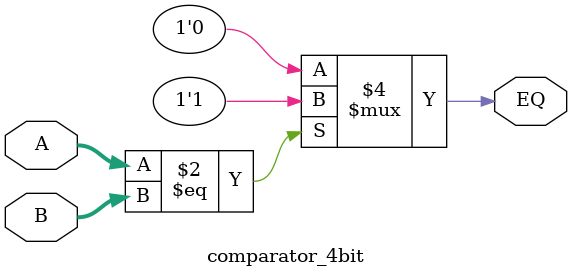
<source format=v>
module comparator_4bit (
  input [3:0] A,
  input [3:0] B,
  output reg EQ
);

  always @(*) begin
    if (A == B) begin
      EQ = 1;
    end else begin
      EQ = 0;
    end
  end

endmodule

</source>
